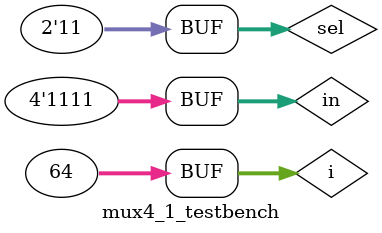
<source format=sv>
`timescale 1ns/10ps

module mux4_1(
	output logic out,
	input  logic [3:0] in,
	input  logic [1:0] sel
	);

	parameter delay = 0.05;

//------Initialize and create inverted select signal-----------
	logic [1:0] nsel;

	not invtr1 (nsel[1], sel[1]);
	not invtr0 (nsel[0], sel[0]);


//------Create the multiplexer---------------------------------
	logic [3:0] w;

	nand nand4 (out,  w[3],  w[2],  w[1], w[0]);
	nand nand3 (w[3], in[3], sel[1],   sel[0]);
	nand nand2 (w[2], in[2], sel[1],   nsel[0]);
	nand nand1 (w[1], in[1], nsel[1],  sel[0]);
	nand nand0 (w[0], in[0], nsel[1],  nsel[0]);

endmodule

//------Testbench for 4_1 mux---------------------------------
module mux4_1_testbench();
	logic out;
	logic [3:0] in;
	logic [1:0] sel;

	mux4_1 dut (.out, .in, .sel);

	integer i;
		initial begin
		for(i=0; i<64; i++) begin
			{sel, in} = i; #10;
		end
	end
endmodule

</source>
